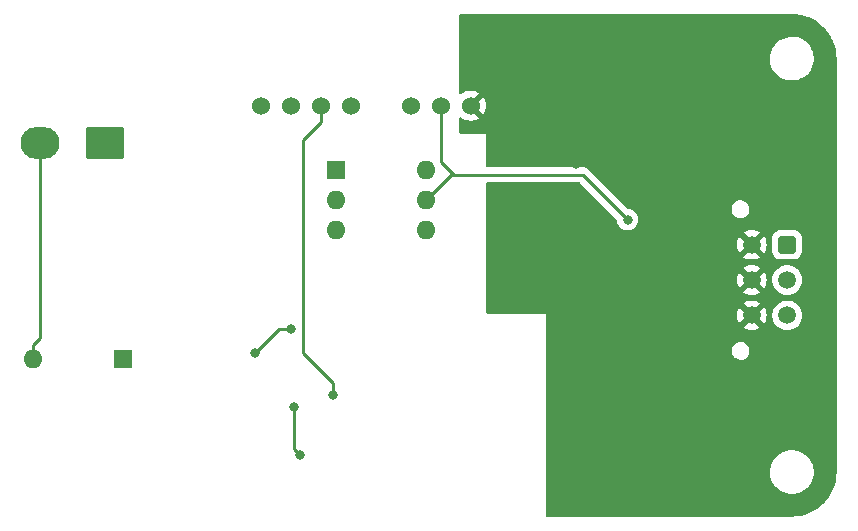
<source format=gbr>
G04 #@! TF.GenerationSoftware,KiCad,Pcbnew,7.0.7*
G04 #@! TF.CreationDate,2023-10-01T09:25:35+02:00*
G04 #@! TF.ProjectId,TSALv3,5453414c-7633-42e6-9b69-6361645f7063,rev?*
G04 #@! TF.SameCoordinates,Original*
G04 #@! TF.FileFunction,Copper,L2,Bot*
G04 #@! TF.FilePolarity,Positive*
%FSLAX46Y46*%
G04 Gerber Fmt 4.6, Leading zero omitted, Abs format (unit mm)*
G04 Created by KiCad (PCBNEW 7.0.7) date 2023-10-01 09:25:35*
%MOMM*%
%LPD*%
G01*
G04 APERTURE LIST*
G04 Aperture macros list*
%AMRoundRect*
0 Rectangle with rounded corners*
0 $1 Rounding radius*
0 $2 $3 $4 $5 $6 $7 $8 $9 X,Y pos of 4 corners*
0 Add a 4 corners polygon primitive as box body*
4,1,4,$2,$3,$4,$5,$6,$7,$8,$9,$2,$3,0*
0 Add four circle primitives for the rounded corners*
1,1,$1+$1,$2,$3*
1,1,$1+$1,$4,$5*
1,1,$1+$1,$6,$7*
1,1,$1+$1,$8,$9*
0 Add four rect primitives between the rounded corners*
20,1,$1+$1,$2,$3,$4,$5,0*
20,1,$1+$1,$4,$5,$6,$7,0*
20,1,$1+$1,$6,$7,$8,$9,0*
20,1,$1+$1,$8,$9,$2,$3,0*%
G04 Aperture macros list end*
G04 #@! TA.AperFunction,ComponentPad*
%ADD10RoundRect,0.250001X-1.399999X1.099999X-1.399999X-1.099999X1.399999X-1.099999X1.399999X1.099999X0*%
G04 #@! TD*
G04 #@! TA.AperFunction,ComponentPad*
%ADD11O,3.300000X2.700000*%
G04 #@! TD*
G04 #@! TA.AperFunction,ComponentPad*
%ADD12R,1.600000X1.600000*%
G04 #@! TD*
G04 #@! TA.AperFunction,ComponentPad*
%ADD13O,1.600000X1.600000*%
G04 #@! TD*
G04 #@! TA.AperFunction,ComponentPad*
%ADD14RoundRect,0.250001X-0.499999X0.499999X-0.499999X-0.499999X0.499999X-0.499999X0.499999X0.499999X0*%
G04 #@! TD*
G04 #@! TA.AperFunction,ComponentPad*
%ADD15C,1.500000*%
G04 #@! TD*
G04 #@! TA.AperFunction,ComponentPad*
%ADD16C,1.524000*%
G04 #@! TD*
G04 #@! TA.AperFunction,ViaPad*
%ADD17C,0.800000*%
G04 #@! TD*
G04 #@! TA.AperFunction,Conductor*
%ADD18C,0.250000*%
G04 #@! TD*
G04 APERTURE END LIST*
D10*
X58420000Y-61468000D03*
D11*
X52920000Y-61468000D03*
D12*
X59944000Y-79756000D03*
D13*
X52324000Y-79756000D03*
D14*
X116179600Y-70104000D03*
D15*
X116179600Y-73104000D03*
X116179600Y-76104000D03*
X113179600Y-70104000D03*
X113179600Y-73104000D03*
X113179600Y-76104000D03*
D12*
X77978000Y-63754000D03*
D13*
X77978000Y-66294000D03*
X77978000Y-68834000D03*
X85598000Y-68834000D03*
X85598000Y-66294000D03*
X85598000Y-63754000D03*
D16*
X89408000Y-58334000D03*
X86868000Y-58334000D03*
X84328000Y-58334000D03*
X79248000Y-58334000D03*
X76708000Y-58334000D03*
X74168000Y-58334000D03*
X71628000Y-58334000D03*
D17*
X74930000Y-87884000D03*
X74422000Y-83820000D03*
X77724000Y-82804000D03*
X74168000Y-77216000D03*
X71120000Y-79248000D03*
X104394000Y-83058000D03*
X96266000Y-69596000D03*
X98298000Y-66040000D03*
X97282000Y-69596000D03*
X98298000Y-63246000D03*
X111404400Y-60604400D03*
X102671000Y-67984200D03*
D18*
X52324000Y-79756000D02*
X52324000Y-78630700D01*
X74422000Y-87376000D02*
X74422000Y-83820000D01*
X52324000Y-78630700D02*
X52920000Y-78034700D01*
X74930000Y-87884000D02*
X74422000Y-87376000D01*
X52920000Y-78034700D02*
X52920000Y-61468000D01*
X75184000Y-79248000D02*
X77724000Y-81788000D01*
X76708000Y-59690000D02*
X75184000Y-61214000D01*
X75184000Y-61214000D02*
X75184000Y-79248000D01*
X77724000Y-81788000D02*
X77724000Y-82804000D01*
X76708000Y-58334000D02*
X76708000Y-59690000D01*
X71120000Y-79248000D02*
X73152000Y-77216000D01*
X73152000Y-77216000D02*
X74168000Y-77216000D01*
X87966000Y-64180000D02*
X86868000Y-63082000D01*
X87712000Y-64180000D02*
X85598000Y-66294000D01*
X87966000Y-64180000D02*
X87712000Y-64180000D01*
X98866800Y-64180000D02*
X102671000Y-67984200D01*
X86868000Y-63082000D02*
X86868000Y-58334000D01*
X87966000Y-64180000D02*
X98866800Y-64180000D01*
G04 #@! TA.AperFunction,Conductor*
G36*
X116587544Y-50571575D02*
G01*
X116953852Y-50589571D01*
X116960003Y-50590176D01*
X117321260Y-50643764D01*
X117327302Y-50644965D01*
X117681578Y-50733706D01*
X117687482Y-50735496D01*
X117897967Y-50810809D01*
X118031349Y-50858535D01*
X118037064Y-50860902D01*
X118367202Y-51017046D01*
X118372658Y-51019962D01*
X118685902Y-51207712D01*
X118691036Y-51211142D01*
X118984393Y-51428711D01*
X118989153Y-51432619D01*
X119259761Y-51677883D01*
X119264116Y-51682238D01*
X119350120Y-51777129D01*
X119509378Y-51952844D01*
X119513290Y-51957609D01*
X119730850Y-52250953D01*
X119734287Y-52256097D01*
X119922037Y-52569341D01*
X119924953Y-52574797D01*
X120081097Y-52904935D01*
X120083464Y-52910650D01*
X120206499Y-53254506D01*
X120208294Y-53260426D01*
X120297030Y-53614678D01*
X120298236Y-53620745D01*
X120351822Y-53981991D01*
X120352428Y-53988147D01*
X120370424Y-54354449D01*
X120370500Y-54357541D01*
X120370500Y-89354458D01*
X120370424Y-89357550D01*
X120352428Y-89723852D01*
X120351822Y-89730008D01*
X120298236Y-90091254D01*
X120297030Y-90097321D01*
X120208294Y-90451573D01*
X120206499Y-90457493D01*
X120083464Y-90801349D01*
X120081097Y-90807064D01*
X119924953Y-91137202D01*
X119922037Y-91142658D01*
X119734287Y-91455902D01*
X119730850Y-91461046D01*
X119513297Y-91754380D01*
X119509378Y-91759155D01*
X119264126Y-92029751D01*
X119259751Y-92034126D01*
X118989155Y-92279378D01*
X118984380Y-92283297D01*
X118795927Y-92423064D01*
X118691046Y-92500850D01*
X118685902Y-92504287D01*
X118372658Y-92692037D01*
X118367202Y-92694953D01*
X118037064Y-92851097D01*
X118031349Y-92853464D01*
X117687493Y-92976499D01*
X117681573Y-92978294D01*
X117327321Y-93067030D01*
X117321254Y-93068236D01*
X116960008Y-93121822D01*
X116953852Y-93122428D01*
X116634113Y-93138136D01*
X116587544Y-93140424D01*
X116584458Y-93140500D01*
X116560763Y-93140500D01*
X116560617Y-93140519D01*
X95884102Y-93157317D01*
X95815965Y-93137370D01*
X95769429Y-93083752D01*
X95758000Y-93031317D01*
X95758000Y-89423765D01*
X114731788Y-89423765D01*
X114761412Y-89693014D01*
X114829928Y-89955090D01*
X114935869Y-90204389D01*
X114935870Y-90204390D01*
X115076982Y-90435610D01*
X115250255Y-90643820D01*
X115451998Y-90824582D01*
X115677910Y-90974044D01*
X115923176Y-91089020D01*
X116182569Y-91167060D01*
X116182572Y-91167060D01*
X116182574Y-91167061D01*
X116450557Y-91206500D01*
X116450561Y-91206500D01*
X116653633Y-91206500D01*
X116688363Y-91203957D01*
X116856156Y-91191677D01*
X116856160Y-91191676D01*
X116856161Y-91191676D01*
X116966665Y-91167060D01*
X117120553Y-91132780D01*
X117373558Y-91036014D01*
X117609777Y-90903441D01*
X117824177Y-90737888D01*
X118012186Y-90542881D01*
X118169799Y-90322579D01*
X118293656Y-90081675D01*
X118381118Y-89825305D01*
X118430319Y-89558933D01*
X118440212Y-89288235D01*
X118425338Y-89153058D01*
X118410587Y-89018985D01*
X118342071Y-88756909D01*
X118236130Y-88507610D01*
X118236130Y-88507609D01*
X118095018Y-88276390D01*
X117921745Y-88068180D01*
X117921741Y-88068177D01*
X117921740Y-88068175D01*
X117720012Y-87887427D01*
X117720002Y-87887418D01*
X117494090Y-87737956D01*
X117248824Y-87622980D01*
X117091392Y-87575615D01*
X116989425Y-87544938D01*
X116721442Y-87505500D01*
X116721439Y-87505500D01*
X116518369Y-87505500D01*
X116518367Y-87505500D01*
X116315839Y-87520323D01*
X116315838Y-87520323D01*
X116051456Y-87579217D01*
X116051441Y-87579222D01*
X115798441Y-87675986D01*
X115562229Y-87808555D01*
X115562225Y-87808557D01*
X115347818Y-87974116D01*
X115159815Y-88169117D01*
X115159810Y-88169123D01*
X115002203Y-88389417D01*
X115002196Y-88389427D01*
X114878343Y-88630324D01*
X114878342Y-88630327D01*
X114790883Y-88886689D01*
X114790880Y-88886702D01*
X114741681Y-89153058D01*
X114741680Y-89153069D01*
X114731788Y-89423765D01*
X95758000Y-89423765D01*
X95758000Y-79147935D01*
X111485269Y-79147935D01*
X111515735Y-79320711D01*
X111551352Y-79403281D01*
X111585224Y-79481807D01*
X111689987Y-79622527D01*
X111689989Y-79622528D01*
X111689990Y-79622530D01*
X111745868Y-79669417D01*
X111824384Y-79735301D01*
X111824386Y-79735302D01*
X111981167Y-79814040D01*
X112151879Y-79854500D01*
X112151881Y-79854500D01*
X112283312Y-79854500D01*
X112381218Y-79843055D01*
X112413855Y-79839241D01*
X112578717Y-79779237D01*
X112725296Y-79682830D01*
X112845692Y-79555218D01*
X112933412Y-79403281D01*
X112983730Y-79235210D01*
X112993931Y-79060065D01*
X112963465Y-78887289D01*
X112893977Y-78726196D01*
X112893976Y-78726195D01*
X112893975Y-78726192D01*
X112789212Y-78585472D01*
X112654815Y-78472698D01*
X112498034Y-78393960D01*
X112441129Y-78380473D01*
X112327321Y-78353500D01*
X112195891Y-78353500D01*
X112195888Y-78353500D01*
X112065345Y-78368758D01*
X112065343Y-78368759D01*
X111900487Y-78428761D01*
X111900474Y-78428768D01*
X111753906Y-78525167D01*
X111633509Y-78652780D01*
X111633506Y-78652784D01*
X111545788Y-78804717D01*
X111521068Y-78887287D01*
X111495470Y-78972790D01*
X111485269Y-79147935D01*
X95758000Y-79147935D01*
X95758000Y-76104000D01*
X111916795Y-76104000D01*
X111935980Y-76323287D01*
X111992950Y-76535903D01*
X111992952Y-76535907D01*
X112085978Y-76735402D01*
X112128401Y-76795986D01*
X112566680Y-76357706D01*
X112628993Y-76323681D01*
X112699808Y-76328745D01*
X112756644Y-76371292D01*
X112761774Y-76378680D01*
X112761775Y-76378682D01*
X112797839Y-76434798D01*
X112906500Y-76528952D01*
X112906501Y-76528952D01*
X112913311Y-76534853D01*
X112911286Y-76537189D01*
X112947684Y-76579187D01*
X112957795Y-76649460D01*
X112928309Y-76714043D01*
X112922172Y-76720636D01*
X112487612Y-77155197D01*
X112548200Y-77197622D01*
X112747692Y-77290647D01*
X112747696Y-77290649D01*
X112960312Y-77347619D01*
X113179600Y-77366804D01*
X113398887Y-77347619D01*
X113611503Y-77290649D01*
X113611512Y-77290645D01*
X113811005Y-77197619D01*
X113811012Y-77197615D01*
X113871586Y-77155198D01*
X113871586Y-77155196D01*
X113437027Y-76720637D01*
X113403001Y-76658325D01*
X113408066Y-76587510D01*
X113446745Y-76535840D01*
X113445889Y-76534853D01*
X113450430Y-76530917D01*
X113450613Y-76530674D01*
X113451110Y-76530328D01*
X113452695Y-76528953D01*
X113452700Y-76528952D01*
X113561361Y-76434798D01*
X113597426Y-76378679D01*
X113651077Y-76332188D01*
X113721351Y-76322083D01*
X113785932Y-76351575D01*
X113792518Y-76357706D01*
X114230797Y-76795986D01*
X114230798Y-76795986D01*
X114273215Y-76735412D01*
X114273219Y-76735405D01*
X114366245Y-76535912D01*
X114366249Y-76535903D01*
X114423219Y-76323287D01*
X114442404Y-76104000D01*
X114916293Y-76104000D01*
X114935485Y-76323371D01*
X114944685Y-76357706D01*
X114992479Y-76536073D01*
X114992481Y-76536079D01*
X115085426Y-76735402D01*
X115085544Y-76735654D01*
X115211851Y-76916038D01*
X115211854Y-76916042D01*
X115367557Y-77071745D01*
X115367561Y-77071748D01*
X115367562Y-77071749D01*
X115547946Y-77198056D01*
X115747524Y-77291120D01*
X115960229Y-77348115D01*
X116179600Y-77367307D01*
X116398971Y-77348115D01*
X116611676Y-77291120D01*
X116811254Y-77198056D01*
X116991638Y-77071749D01*
X117147349Y-76916038D01*
X117273656Y-76735654D01*
X117366720Y-76536076D01*
X117423715Y-76323371D01*
X117442907Y-76104000D01*
X117423715Y-75884629D01*
X117366720Y-75671924D01*
X117273656Y-75472347D01*
X117147349Y-75291962D01*
X116991638Y-75136251D01*
X116811254Y-75009944D01*
X116811250Y-75009942D01*
X116611679Y-74916881D01*
X116611673Y-74916879D01*
X116521778Y-74892791D01*
X116398971Y-74859885D01*
X116179600Y-74840693D01*
X116179599Y-74840693D01*
X115960229Y-74859885D01*
X115747526Y-74916879D01*
X115747520Y-74916881D01*
X115547946Y-75009944D01*
X115367565Y-75136248D01*
X115367559Y-75136253D01*
X115211853Y-75291959D01*
X115211848Y-75291965D01*
X115085544Y-75472346D01*
X114992481Y-75671920D01*
X114992479Y-75671926D01*
X114950306Y-75829317D01*
X114935485Y-75884629D01*
X114916293Y-76104000D01*
X114442404Y-76104000D01*
X114423219Y-75884712D01*
X114366249Y-75672096D01*
X114366247Y-75672092D01*
X114273221Y-75472598D01*
X114230798Y-75412012D01*
X114230796Y-75412012D01*
X113792517Y-75850292D01*
X113730205Y-75884318D01*
X113659390Y-75879253D01*
X113602554Y-75836706D01*
X113597424Y-75829317D01*
X113561362Y-75773203D01*
X113561361Y-75773202D01*
X113452700Y-75679048D01*
X113452698Y-75679047D01*
X113445889Y-75673147D01*
X113447910Y-75670813D01*
X113411502Y-75628786D01*
X113401407Y-75558511D01*
X113430907Y-75493933D01*
X113437027Y-75487362D01*
X113871586Y-75052802D01*
X113871586Y-75052800D01*
X113811001Y-75010378D01*
X113811002Y-75010378D01*
X113611507Y-74917352D01*
X113611503Y-74917350D01*
X113398887Y-74860380D01*
X113179600Y-74841195D01*
X112960312Y-74860380D01*
X112747696Y-74917350D01*
X112747692Y-74917352D01*
X112548198Y-75010378D01*
X112487611Y-75052801D01*
X112922172Y-75487362D01*
X112956198Y-75549674D01*
X112951133Y-75620489D01*
X112912454Y-75672157D01*
X112913311Y-75673147D01*
X112908764Y-75677086D01*
X112908586Y-75677325D01*
X112908098Y-75677663D01*
X112797838Y-75773202D01*
X112761775Y-75829318D01*
X112708119Y-75875811D01*
X112637845Y-75885914D01*
X112573264Y-75856421D01*
X112566682Y-75850292D01*
X112128401Y-75412011D01*
X112085978Y-75472598D01*
X111992952Y-75672092D01*
X111992950Y-75672096D01*
X111935980Y-75884712D01*
X111916795Y-76104000D01*
X95758000Y-76104000D01*
X95758000Y-75946000D01*
X90804000Y-75946000D01*
X90735879Y-75925998D01*
X90689386Y-75872342D01*
X90678000Y-75820000D01*
X90678000Y-73104000D01*
X111916795Y-73104000D01*
X111935980Y-73323287D01*
X111992950Y-73535903D01*
X111992952Y-73535907D01*
X112085978Y-73735402D01*
X112128401Y-73795986D01*
X112566680Y-73357706D01*
X112628993Y-73323681D01*
X112699808Y-73328745D01*
X112756644Y-73371292D01*
X112761774Y-73378680D01*
X112761775Y-73378682D01*
X112797839Y-73434798D01*
X112906500Y-73528952D01*
X112906501Y-73528952D01*
X112913311Y-73534853D01*
X112911286Y-73537189D01*
X112947684Y-73579187D01*
X112957795Y-73649460D01*
X112928309Y-73714043D01*
X112922172Y-73720636D01*
X112487612Y-74155197D01*
X112548200Y-74197622D01*
X112747692Y-74290647D01*
X112747696Y-74290649D01*
X112960312Y-74347619D01*
X113179600Y-74366804D01*
X113398887Y-74347619D01*
X113611503Y-74290649D01*
X113611512Y-74290645D01*
X113811005Y-74197619D01*
X113811012Y-74197615D01*
X113871586Y-74155198D01*
X113871586Y-74155196D01*
X113437027Y-73720637D01*
X113403001Y-73658325D01*
X113408066Y-73587510D01*
X113446745Y-73535840D01*
X113445889Y-73534853D01*
X113450430Y-73530917D01*
X113450613Y-73530674D01*
X113451110Y-73530328D01*
X113452695Y-73528953D01*
X113452700Y-73528952D01*
X113561361Y-73434798D01*
X113597426Y-73378679D01*
X113651077Y-73332188D01*
X113721351Y-73322083D01*
X113785932Y-73351575D01*
X113792518Y-73357706D01*
X114230797Y-73795986D01*
X114230798Y-73795986D01*
X114273215Y-73735412D01*
X114273219Y-73735405D01*
X114366245Y-73535912D01*
X114366249Y-73535903D01*
X114423219Y-73323287D01*
X114442404Y-73104000D01*
X114916293Y-73104000D01*
X114935485Y-73323371D01*
X114944685Y-73357706D01*
X114992479Y-73536073D01*
X114992481Y-73536079D01*
X115085426Y-73735402D01*
X115085544Y-73735654D01*
X115211850Y-73916038D01*
X115211851Y-73916038D01*
X115211854Y-73916042D01*
X115367557Y-74071745D01*
X115367561Y-74071748D01*
X115367562Y-74071749D01*
X115547946Y-74198056D01*
X115747524Y-74291120D01*
X115960229Y-74348115D01*
X116179600Y-74367307D01*
X116398971Y-74348115D01*
X116611676Y-74291120D01*
X116811254Y-74198056D01*
X116991638Y-74071749D01*
X117147349Y-73916038D01*
X117273656Y-73735654D01*
X117366720Y-73536076D01*
X117423715Y-73323371D01*
X117442907Y-73104000D01*
X117423715Y-72884629D01*
X117366720Y-72671924D01*
X117273656Y-72472347D01*
X117147349Y-72291962D01*
X116991638Y-72136251D01*
X116811254Y-72009944D01*
X116811250Y-72009942D01*
X116611679Y-71916881D01*
X116611673Y-71916879D01*
X116521778Y-71892791D01*
X116398971Y-71859885D01*
X116179600Y-71840693D01*
X116179599Y-71840693D01*
X115960229Y-71859885D01*
X115747526Y-71916879D01*
X115747520Y-71916881D01*
X115547946Y-72009944D01*
X115367565Y-72136248D01*
X115367559Y-72136253D01*
X115211853Y-72291959D01*
X115211848Y-72291965D01*
X115085544Y-72472346D01*
X114992481Y-72671920D01*
X114992479Y-72671926D01*
X114990942Y-72677663D01*
X114935485Y-72884629D01*
X114916293Y-73104000D01*
X114442404Y-73104000D01*
X114423219Y-72884712D01*
X114366249Y-72672096D01*
X114366247Y-72672092D01*
X114273221Y-72472598D01*
X114230798Y-72412012D01*
X114230796Y-72412012D01*
X113792517Y-72850292D01*
X113730205Y-72884318D01*
X113659390Y-72879253D01*
X113602554Y-72836706D01*
X113597424Y-72829317D01*
X113561362Y-72773203D01*
X113561361Y-72773202D01*
X113452700Y-72679048D01*
X113452698Y-72679047D01*
X113445889Y-72673147D01*
X113447910Y-72670813D01*
X113411502Y-72628786D01*
X113401407Y-72558511D01*
X113430907Y-72493933D01*
X113437027Y-72487362D01*
X113871586Y-72052802D01*
X113871586Y-72052800D01*
X113811001Y-72010378D01*
X113811002Y-72010378D01*
X113611507Y-71917352D01*
X113611503Y-71917350D01*
X113398887Y-71860380D01*
X113179600Y-71841195D01*
X112960312Y-71860380D01*
X112747696Y-71917350D01*
X112747692Y-71917352D01*
X112548198Y-72010378D01*
X112487611Y-72052801D01*
X112922172Y-72487362D01*
X112956198Y-72549674D01*
X112951133Y-72620489D01*
X112912454Y-72672157D01*
X112913311Y-72673147D01*
X112908764Y-72677086D01*
X112908586Y-72677325D01*
X112908098Y-72677663D01*
X112797838Y-72773202D01*
X112761775Y-72829318D01*
X112708119Y-72875811D01*
X112637845Y-72885914D01*
X112573264Y-72856421D01*
X112566682Y-72850292D01*
X112128401Y-72412011D01*
X112085978Y-72472598D01*
X111992952Y-72672092D01*
X111992950Y-72672096D01*
X111935980Y-72884712D01*
X111916795Y-73104000D01*
X90678000Y-73104000D01*
X90678000Y-70104000D01*
X111916795Y-70104000D01*
X111935980Y-70323287D01*
X111992950Y-70535903D01*
X111992952Y-70535907D01*
X112085978Y-70735402D01*
X112128401Y-70795986D01*
X112566680Y-70357706D01*
X112628993Y-70323681D01*
X112699808Y-70328745D01*
X112756644Y-70371292D01*
X112761774Y-70378680D01*
X112761775Y-70378682D01*
X112797839Y-70434798D01*
X112906500Y-70528952D01*
X112906501Y-70528952D01*
X112913311Y-70534853D01*
X112911286Y-70537189D01*
X112947684Y-70579187D01*
X112957795Y-70649460D01*
X112928309Y-70714043D01*
X112922172Y-70720636D01*
X112487612Y-71155197D01*
X112548200Y-71197622D01*
X112747692Y-71290647D01*
X112747696Y-71290649D01*
X112960312Y-71347619D01*
X113179600Y-71366804D01*
X113398887Y-71347619D01*
X113611503Y-71290649D01*
X113611512Y-71290645D01*
X113811005Y-71197619D01*
X113811012Y-71197615D01*
X113871586Y-71155198D01*
X113871586Y-71155196D01*
X113437027Y-70720637D01*
X113403001Y-70658325D01*
X113408066Y-70587510D01*
X113446745Y-70535840D01*
X113445889Y-70534853D01*
X113450430Y-70530917D01*
X113450613Y-70530674D01*
X113451110Y-70530328D01*
X113452695Y-70528953D01*
X113452700Y-70528952D01*
X113561361Y-70434798D01*
X113597426Y-70378679D01*
X113651077Y-70332188D01*
X113721351Y-70322083D01*
X113785932Y-70351575D01*
X113792518Y-70357706D01*
X114230797Y-70795986D01*
X114230798Y-70795986D01*
X114273215Y-70735412D01*
X114273219Y-70735405D01*
X114310922Y-70654552D01*
X114921099Y-70654552D01*
X114931712Y-70758421D01*
X114931712Y-70758423D01*
X114931713Y-70758425D01*
X114987485Y-70926738D01*
X114987486Y-70926739D01*
X115080570Y-71077651D01*
X115080575Y-71077657D01*
X115205942Y-71203024D01*
X115205948Y-71203029D01*
X115205949Y-71203030D01*
X115356862Y-71296115D01*
X115525175Y-71351887D01*
X115553506Y-71354781D01*
X115629048Y-71362500D01*
X115629056Y-71362500D01*
X116730152Y-71362500D01*
X116799398Y-71355424D01*
X116834025Y-71351887D01*
X117002338Y-71296115D01*
X117153251Y-71203030D01*
X117278630Y-71077651D01*
X117371715Y-70926738D01*
X117427487Y-70758425D01*
X117437714Y-70658325D01*
X117438100Y-70654552D01*
X117438100Y-69553447D01*
X117427487Y-69449578D01*
X117427487Y-69449575D01*
X117371715Y-69281262D01*
X117278630Y-69130349D01*
X117278629Y-69130348D01*
X117278624Y-69130342D01*
X117153257Y-69004975D01*
X117153251Y-69004970D01*
X117011201Y-68917352D01*
X117002338Y-68911885D01*
X116834025Y-68856113D01*
X116834023Y-68856112D01*
X116834021Y-68856112D01*
X116730152Y-68845500D01*
X116730144Y-68845500D01*
X115629056Y-68845500D01*
X115629048Y-68845500D01*
X115525178Y-68856112D01*
X115356862Y-68911885D01*
X115356860Y-68911886D01*
X115205948Y-69004970D01*
X115205942Y-69004975D01*
X115080575Y-69130342D01*
X115080570Y-69130348D01*
X114987486Y-69281260D01*
X114987485Y-69281262D01*
X114931712Y-69449578D01*
X114921100Y-69553447D01*
X114921100Y-70654552D01*
X114921099Y-70654552D01*
X114310922Y-70654552D01*
X114366245Y-70535912D01*
X114366249Y-70535903D01*
X114423219Y-70323287D01*
X114442404Y-70104000D01*
X114423219Y-69884712D01*
X114366249Y-69672096D01*
X114366247Y-69672092D01*
X114273221Y-69472598D01*
X114230798Y-69412012D01*
X114230796Y-69412012D01*
X113792517Y-69850292D01*
X113730205Y-69884318D01*
X113659390Y-69879253D01*
X113602554Y-69836706D01*
X113597424Y-69829317D01*
X113561362Y-69773203D01*
X113561361Y-69773202D01*
X113452700Y-69679048D01*
X113452698Y-69679047D01*
X113445889Y-69673147D01*
X113447910Y-69670813D01*
X113411502Y-69628786D01*
X113401407Y-69558511D01*
X113430907Y-69493933D01*
X113437027Y-69487362D01*
X113871586Y-69052802D01*
X113871586Y-69052800D01*
X113811001Y-69010378D01*
X113811002Y-69010378D01*
X113611507Y-68917352D01*
X113611503Y-68917350D01*
X113398887Y-68860380D01*
X113179600Y-68841195D01*
X112960312Y-68860380D01*
X112747696Y-68917350D01*
X112747692Y-68917352D01*
X112548198Y-69010378D01*
X112487611Y-69052801D01*
X112922172Y-69487362D01*
X112956198Y-69549674D01*
X112951133Y-69620489D01*
X112912454Y-69672157D01*
X112913311Y-69673147D01*
X112908764Y-69677086D01*
X112908586Y-69677325D01*
X112908098Y-69677663D01*
X112797838Y-69773202D01*
X112761775Y-69829318D01*
X112708119Y-69875811D01*
X112637845Y-69885914D01*
X112573264Y-69856421D01*
X112566682Y-69850292D01*
X112128401Y-69412011D01*
X112085978Y-69472598D01*
X111992952Y-69672092D01*
X111992950Y-69672096D01*
X111935980Y-69884712D01*
X111916795Y-70104000D01*
X90678000Y-70104000D01*
X90678000Y-64939500D01*
X90698002Y-64871379D01*
X90751658Y-64824886D01*
X90804000Y-64813500D01*
X98552206Y-64813500D01*
X98620327Y-64833502D01*
X98641301Y-64850405D01*
X101723877Y-67932981D01*
X101757903Y-67995293D01*
X101760092Y-68008905D01*
X101777457Y-68174127D01*
X101807526Y-68266670D01*
X101836473Y-68355756D01*
X101836476Y-68355761D01*
X101931958Y-68521141D01*
X101931965Y-68521151D01*
X102059744Y-68663064D01*
X102059747Y-68663066D01*
X102214248Y-68775318D01*
X102388712Y-68852994D01*
X102575513Y-68892700D01*
X102766487Y-68892700D01*
X102953288Y-68852994D01*
X103127752Y-68775318D01*
X103282253Y-68663066D01*
X103410040Y-68521144D01*
X103505527Y-68355756D01*
X103564542Y-68174128D01*
X103584504Y-67984200D01*
X103564542Y-67794272D01*
X103505527Y-67612644D01*
X103410040Y-67447256D01*
X103410038Y-67447254D01*
X103410034Y-67447248D01*
X103282255Y-67305335D01*
X103127752Y-67193082D01*
X103026350Y-67147935D01*
X111485269Y-67147935D01*
X111515735Y-67320711D01*
X111551352Y-67403281D01*
X111585224Y-67481807D01*
X111689987Y-67622527D01*
X111689989Y-67622528D01*
X111689990Y-67622530D01*
X111745868Y-67669417D01*
X111824384Y-67735301D01*
X111824386Y-67735302D01*
X111981167Y-67814040D01*
X112151879Y-67854500D01*
X112151881Y-67854500D01*
X112283312Y-67854500D01*
X112381218Y-67843055D01*
X112413855Y-67839241D01*
X112578717Y-67779237D01*
X112725296Y-67682830D01*
X112845692Y-67555218D01*
X112933412Y-67403281D01*
X112983730Y-67235210D01*
X112993931Y-67060065D01*
X112963465Y-66887289D01*
X112893977Y-66726196D01*
X112893976Y-66726195D01*
X112893975Y-66726192D01*
X112789212Y-66585472D01*
X112654815Y-66472698D01*
X112498034Y-66393960D01*
X112441129Y-66380473D01*
X112327321Y-66353500D01*
X112195891Y-66353500D01*
X112195888Y-66353500D01*
X112065345Y-66368758D01*
X112065343Y-66368759D01*
X111900487Y-66428761D01*
X111900474Y-66428768D01*
X111753906Y-66525167D01*
X111633509Y-66652780D01*
X111633506Y-66652784D01*
X111545788Y-66804717D01*
X111495470Y-66972791D01*
X111487164Y-67115406D01*
X111485269Y-67147935D01*
X103026350Y-67147935D01*
X102953288Y-67115406D01*
X102766487Y-67075700D01*
X102710595Y-67075700D01*
X102642474Y-67055698D01*
X102621500Y-67038795D01*
X99374044Y-63791339D01*
X99364079Y-63778901D01*
X99363852Y-63779090D01*
X99358801Y-63772984D01*
X99358800Y-63772982D01*
X99307721Y-63725016D01*
X99286577Y-63703871D01*
X99286572Y-63703866D01*
X99281025Y-63699563D01*
X99276517Y-63695712D01*
X99242125Y-63663417D01*
X99242119Y-63663413D01*
X99224363Y-63653651D01*
X99207847Y-63642802D01*
X99191841Y-63630386D01*
X99161089Y-63617078D01*
X99148540Y-63611648D01*
X99143208Y-63609036D01*
X99101861Y-63586305D01*
X99082236Y-63581266D01*
X99063536Y-63574864D01*
X99044945Y-63566819D01*
X99044943Y-63566818D01*
X99044942Y-63566818D01*
X98998342Y-63559437D01*
X98992529Y-63558233D01*
X98946830Y-63546500D01*
X98926576Y-63546500D01*
X98906866Y-63544949D01*
X98886857Y-63541780D01*
X98886856Y-63541780D01*
X98839883Y-63546220D01*
X98833950Y-63546500D01*
X90804000Y-63546500D01*
X90735879Y-63526498D01*
X90689386Y-63472842D01*
X90678000Y-63420500D01*
X90678000Y-60706000D01*
X88518000Y-60706000D01*
X88449879Y-60685998D01*
X88403386Y-60632342D01*
X88392000Y-60580000D01*
X88392000Y-59415016D01*
X88412002Y-59346895D01*
X88465658Y-59300402D01*
X88535932Y-59290298D01*
X88590271Y-59311803D01*
X88770573Y-59438052D01*
X88971972Y-59531966D01*
X88971976Y-59531968D01*
X89186625Y-59589482D01*
X89408000Y-59608850D01*
X89629374Y-59589482D01*
X89844023Y-59531968D01*
X89844027Y-59531966D01*
X90045425Y-59438053D01*
X90045426Y-59438052D01*
X90108603Y-59393814D01*
X90108603Y-59393813D01*
X89575502Y-58860713D01*
X89541477Y-58798400D01*
X89546541Y-58727585D01*
X89589088Y-58670749D01*
X89604621Y-58660807D01*
X89645251Y-58638820D01*
X89731371Y-58545269D01*
X89732631Y-58542395D01*
X89735401Y-58539098D01*
X89737080Y-58536530D01*
X89737390Y-58536732D01*
X89778307Y-58488045D01*
X89846118Y-58467016D01*
X89914533Y-58485987D01*
X89937116Y-58503907D01*
X90467812Y-59034603D01*
X90467814Y-59034603D01*
X90512052Y-58971426D01*
X90512053Y-58971425D01*
X90605966Y-58770027D01*
X90605968Y-58770023D01*
X90663482Y-58555374D01*
X90682850Y-58333999D01*
X90663482Y-58112625D01*
X90605968Y-57897976D01*
X90605966Y-57897972D01*
X90512051Y-57696571D01*
X90467815Y-57633395D01*
X90467813Y-57633395D01*
X89934925Y-58166283D01*
X89872613Y-58200308D01*
X89801797Y-58195243D01*
X89744962Y-58152696D01*
X89740347Y-58146102D01*
X89692189Y-58072390D01*
X89692188Y-58072389D01*
X89590094Y-57992926D01*
X89548623Y-57935301D01*
X89544889Y-57864402D01*
X89578390Y-57804398D01*
X90108603Y-57274185D01*
X90108603Y-57274184D01*
X90045425Y-57229946D01*
X89844027Y-57136033D01*
X89844023Y-57136031D01*
X89629374Y-57078517D01*
X89408000Y-57059149D01*
X89186625Y-57078517D01*
X88971976Y-57136031D01*
X88971972Y-57136033D01*
X88770571Y-57229948D01*
X88590270Y-57356196D01*
X88522996Y-57378884D01*
X88454136Y-57361599D01*
X88405552Y-57309829D01*
X88392000Y-57252983D01*
X88392000Y-54423765D01*
X114731788Y-54423765D01*
X114761412Y-54693014D01*
X114829928Y-54955090D01*
X114935869Y-55204389D01*
X114935870Y-55204390D01*
X115076982Y-55435610D01*
X115250255Y-55643820D01*
X115451998Y-55824582D01*
X115677910Y-55974044D01*
X115923176Y-56089020D01*
X116182569Y-56167060D01*
X116182572Y-56167060D01*
X116182574Y-56167061D01*
X116450557Y-56206500D01*
X116450561Y-56206500D01*
X116653633Y-56206500D01*
X116688363Y-56203957D01*
X116856156Y-56191677D01*
X116856160Y-56191676D01*
X116856161Y-56191676D01*
X116966665Y-56167060D01*
X117120553Y-56132780D01*
X117373558Y-56036014D01*
X117609777Y-55903441D01*
X117824177Y-55737888D01*
X118012186Y-55542881D01*
X118169799Y-55322579D01*
X118293656Y-55081675D01*
X118381118Y-54825305D01*
X118430319Y-54558933D01*
X118440212Y-54288235D01*
X118425338Y-54153058D01*
X118410587Y-54018985D01*
X118342071Y-53756909D01*
X118236130Y-53507610D01*
X118184447Y-53422925D01*
X118095018Y-53276390D01*
X117921745Y-53068180D01*
X117921741Y-53068177D01*
X117921740Y-53068175D01*
X117720012Y-52887427D01*
X117720002Y-52887418D01*
X117494090Y-52737956D01*
X117248824Y-52622980D01*
X117070536Y-52569341D01*
X116989425Y-52544938D01*
X116721442Y-52505500D01*
X116721439Y-52505500D01*
X116518369Y-52505500D01*
X116518367Y-52505500D01*
X116315839Y-52520323D01*
X116315838Y-52520323D01*
X116051456Y-52579217D01*
X116051441Y-52579222D01*
X115798441Y-52675986D01*
X115562229Y-52808555D01*
X115562225Y-52808557D01*
X115347818Y-52974116D01*
X115159815Y-53169117D01*
X115159810Y-53169123D01*
X115002203Y-53389417D01*
X115002196Y-53389427D01*
X114878343Y-53630324D01*
X114878342Y-53630327D01*
X114790883Y-53886689D01*
X114790880Y-53886702D01*
X114741681Y-54153058D01*
X114741680Y-54153069D01*
X114731788Y-54423765D01*
X88392000Y-54423765D01*
X88392000Y-50697500D01*
X88412002Y-50629379D01*
X88465658Y-50582886D01*
X88518000Y-50571500D01*
X116577715Y-50571500D01*
X116584458Y-50571500D01*
X116587544Y-50571575D01*
G37*
G04 #@! TD.AperFunction*
M02*

</source>
